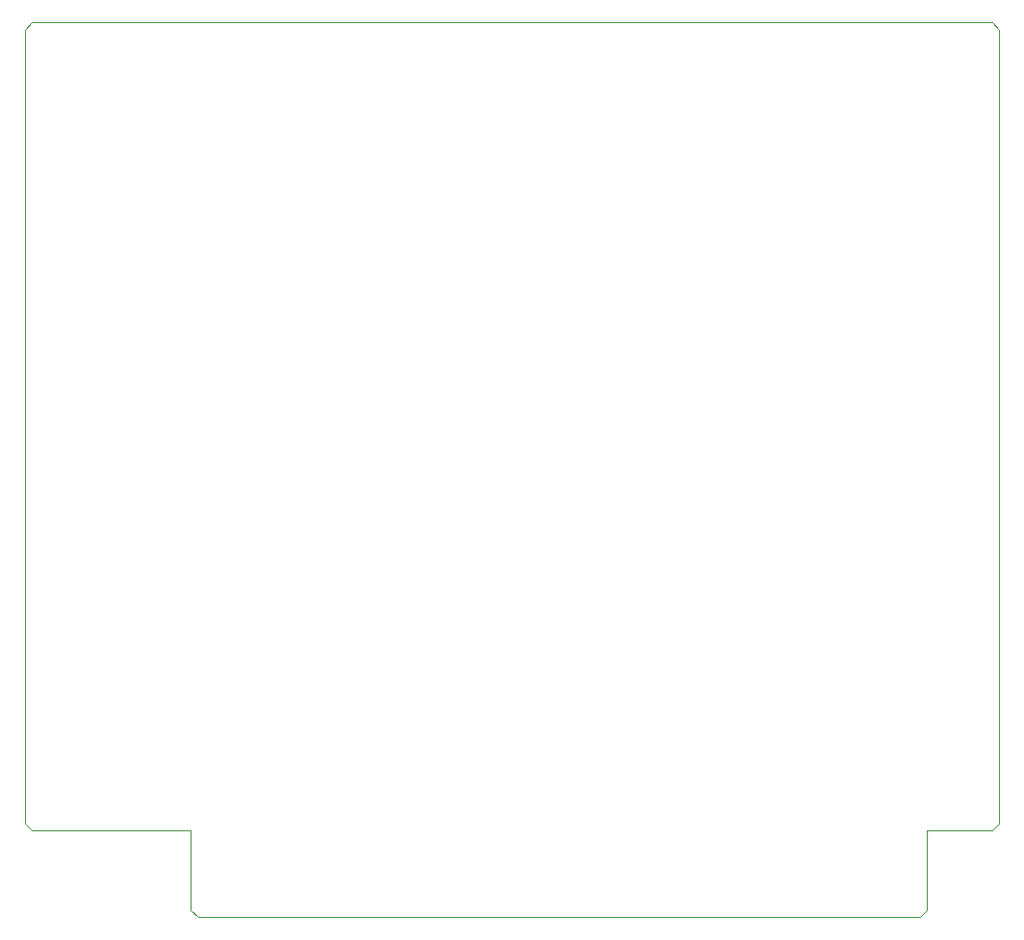
<source format=gbr>
G04 #@! TF.GenerationSoftware,KiCad,Pcbnew,(5.0.2)-1*
G04 #@! TF.CreationDate,2020-12-29T19:00:27-05:00*
G04 #@! TF.ProjectId,Apple2IORPi,4170706c-6532-4494-9f52-50692e6b6963,0.3*
G04 #@! TF.SameCoordinates,Original*
G04 #@! TF.FileFunction,Profile,NP*
%FSLAX46Y46*%
G04 Gerber Fmt 4.6, Leading zero omitted, Abs format (unit mm)*
G04 Created by KiCad (PCBNEW (5.0.2)-1) date 2020-12-29 19:00:27*
%MOMM*%
%LPD*%
G01*
G04 APERTURE LIST*
%ADD10C,0.050000*%
G04 APERTURE END LIST*
D10*
X123190000Y-119380000D02*
X186690000Y-119380000D01*
X122555000Y-118745000D02*
X123190000Y-119380000D01*
X122555000Y-111760000D02*
X122555000Y-118745000D01*
X108585000Y-111760000D02*
X122555000Y-111760000D01*
X107950000Y-111125000D02*
X108585000Y-111760000D01*
X107950000Y-108585000D02*
X107950000Y-111125000D01*
X107950000Y-41275000D02*
X107950000Y-108585000D01*
X108585000Y-40640000D02*
X107950000Y-41275000D01*
X193040000Y-40640000D02*
X108585000Y-40640000D01*
X193675000Y-41275000D02*
X193040000Y-40640000D01*
X193675000Y-111125000D02*
X193675000Y-41275000D01*
X193040000Y-111760000D02*
X193675000Y-111125000D01*
X187325000Y-111760000D02*
X193040000Y-111760000D01*
X187325000Y-118745000D02*
X187325000Y-111760000D01*
X186690000Y-119380000D02*
X187325000Y-118745000D01*
M02*

</source>
